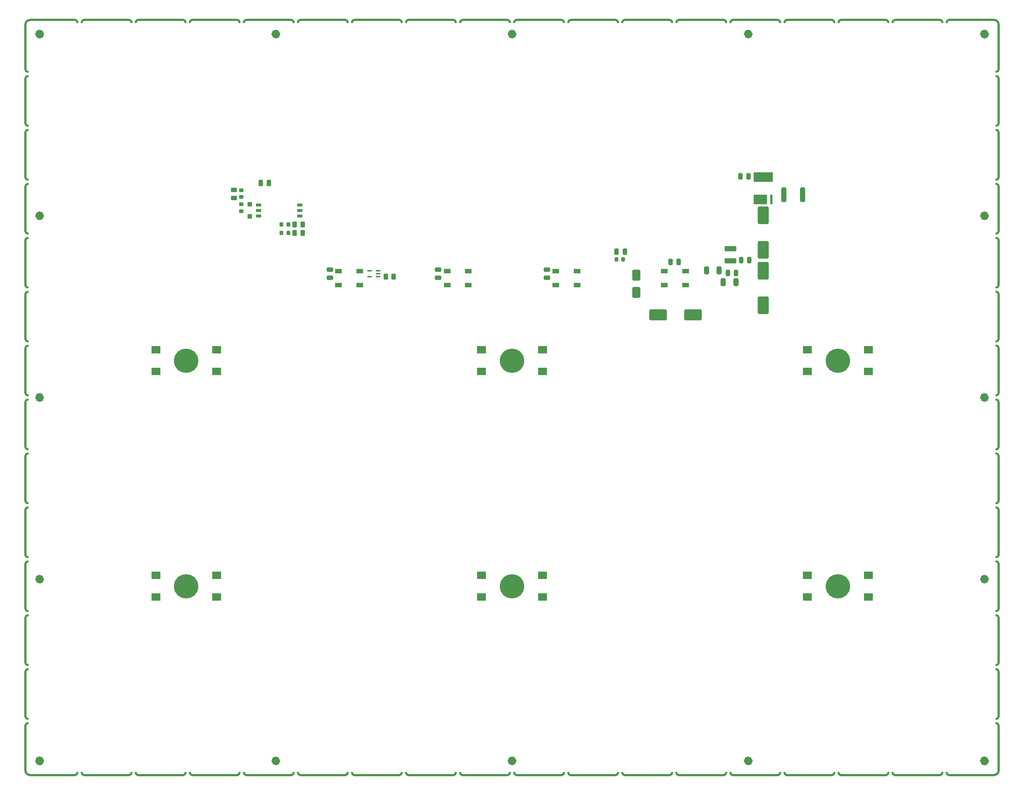
<source format=gtp>
G04 #@! TF.GenerationSoftware,KiCad,Pcbnew,7.0.7-7.0.7~ubuntu23.04.1*
G04 #@! TF.CreationDate,2023-10-14T08:16:11+00:00*
G04 #@! TF.ProjectId,stencil,7374656e-6369-46c2-9e6b-696361645f70,3.0.0-RC1*
G04 #@! TF.SameCoordinates,Original*
G04 #@! TF.FileFunction,Paste,Top*
G04 #@! TF.FilePolarity,Positive*
%FSLAX46Y46*%
G04 Gerber Fmt 4.6, Leading zero omitted, Abs format (unit mm)*
G04 Created by KiCad (PCBNEW 7.0.7-7.0.7~ubuntu23.04.1) date 2023-10-14 08:16:11*
%MOMM*%
%LPD*%
G01*
G04 APERTURE LIST*
G04 Aperture macros list*
%AMRoundRect*
0 Rectangle with rounded corners*
0 $1 Rounding radius*
0 $2 $3 $4 $5 $6 $7 $8 $9 X,Y pos of 4 corners*
0 Add a 4 corners polygon primitive as box body*
4,1,4,$2,$3,$4,$5,$6,$7,$8,$9,$2,$3,0*
0 Add four circle primitives for the rounded corners*
1,1,$1+$1,$2,$3*
1,1,$1+$1,$4,$5*
1,1,$1+$1,$6,$7*
1,1,$1+$1,$8,$9*
0 Add four rect primitives between the rounded corners*
20,1,$1+$1,$2,$3,$4,$5,0*
20,1,$1+$1,$4,$5,$6,$7,0*
20,1,$1+$1,$6,$7,$8,$9,0*
20,1,$1+$1,$8,$9,$2,$3,0*%
G04 Aperture macros list end*
%ADD10C,1.000000*%
%ADD11C,0.500000*%
%ADD12C,1.050000*%
%ADD13RoundRect,0.250000X-0.250000X-0.475000X0.250000X-0.475000X0.250000X0.475000X-0.250000X0.475000X0*%
%ADD14C,5.600000*%
%ADD15RoundRect,0.218750X-0.218750X-0.256250X0.218750X-0.256250X0.218750X0.256250X-0.218750X0.256250X0*%
%ADD16RoundRect,0.250000X0.250000X0.475000X-0.250000X0.475000X-0.250000X-0.475000X0.250000X-0.475000X0*%
%ADD17R,1.500000X1.000000*%
%ADD18R,2.000000X1.800000*%
%ADD19RoundRect,0.250000X0.262500X0.450000X-0.262500X0.450000X-0.262500X-0.450000X0.262500X-0.450000X0*%
%ADD20RoundRect,0.250000X-1.075000X0.375000X-1.075000X-0.375000X1.075000X-0.375000X1.075000X0.375000X0*%
%ADD21RoundRect,0.250000X-0.475000X0.250000X-0.475000X-0.250000X0.475000X-0.250000X0.475000X0.250000X0*%
%ADD22RoundRect,0.250000X-1.000000X1.750000X-1.000000X-1.750000X1.000000X-1.750000X1.000000X1.750000X0*%
%ADD23RoundRect,0.250000X-0.450000X0.262500X-0.450000X-0.262500X0.450000X-0.262500X0.450000X0.262500X0*%
%ADD24RoundRect,0.250000X-1.750000X-1.000000X1.750000X-1.000000X1.750000X1.000000X-1.750000X1.000000X0*%
%ADD25R,3.150000X2.200000*%
%ADD26R,0.600000X2.200000*%
%ADD27R,4.400000X2.200000*%
%ADD28R,1.300000X0.800000*%
%ADD29RoundRect,0.250000X-0.262500X-0.450000X0.262500X-0.450000X0.262500X0.450000X-0.262500X0.450000X0*%
%ADD30RoundRect,0.218750X0.256250X-0.218750X0.256250X0.218750X-0.256250X0.218750X-0.256250X-0.218750X0*%
%ADD31RoundRect,0.250000X0.325000X0.650000X-0.325000X0.650000X-0.325000X-0.650000X0.325000X-0.650000X0*%
%ADD32RoundRect,0.250000X-0.300000X0.300000X-0.300000X-0.300000X0.300000X-0.300000X0.300000X0.300000X0*%
%ADD33RoundRect,0.218750X-0.256250X0.218750X-0.256250X-0.218750X0.256250X-0.218750X0.256250X0.218750X0*%
%ADD34RoundRect,0.250000X0.312500X1.450000X-0.312500X1.450000X-0.312500X-1.450000X0.312500X-1.450000X0*%
%ADD35R,1.117600X0.355600*%
%ADD36RoundRect,0.250000X-0.325000X-0.650000X0.325000X-0.650000X0.325000X0.650000X-0.325000X0.650000X0*%
%ADD37RoundRect,0.250000X-0.650000X1.000000X-0.650000X-1.000000X0.650000X-1.000000X0.650000X1.000000X0*%
G04 APERTURE END LIST*
D10*
X141869385Y-28255615D02*
G75*
G03*
X141869385Y-28255615I-500000J0D01*
G01*
D11*
X98938785Y141994385D02*
G75*
G03*
X98438825Y142494385I-500000J0D01*
G01*
X-24005615Y142494385D02*
G75*
G03*
X-25005615Y141494385I-1J-999999D01*
G01*
X75049985Y-31005615D02*
G75*
G03*
X75549937Y-31505615I500000J0D01*
G01*
X198994372Y104208672D02*
G75*
G03*
X198494385Y104708672I-499987J13D01*
G01*
X198994385Y4780104D02*
X198994385Y-5648467D01*
X198994385Y17208675D02*
X198994385Y6780104D01*
X198494385Y68422985D02*
G75*
G03*
X198994385Y68922959I0J500000D01*
G01*
X173605485Y141994385D02*
G75*
G03*
X173105489Y142494385I-500000J0D01*
G01*
X87994381Y-31505615D02*
X98438825Y-31505615D01*
X198494385Y43565785D02*
G75*
G03*
X198994385Y44065817I0J500000D01*
G01*
X137272185Y-31005615D02*
G75*
G03*
X137772157Y-31505615I500000J0D01*
G01*
X198994385Y91780101D02*
X198994385Y81351530D01*
X-25005615Y91780101D02*
X-25005615Y81351530D01*
D12*
X196269385Y-28255615D02*
G75*
G03*
X196269385Y-28255615I-525000J0D01*
G01*
D11*
X-24505615Y30137246D02*
G75*
G03*
X-25005615Y29637246I1J-500001D01*
G01*
X50661049Y-31505615D02*
X61105493Y-31505615D01*
X-25005615Y42065817D02*
X-25005615Y31637246D01*
X125327713Y142494385D02*
X135772157Y142494385D01*
X187549933Y142494337D02*
G75*
G03*
X187049933Y141994385I-48J-499952D01*
G01*
X85994381Y-31505611D02*
G75*
G03*
X86494381Y-31005615I4J499996D01*
G01*
X-11561171Y142494391D02*
G75*
G03*
X-12061171Y141994385I6J-500006D01*
G01*
X198494385Y31137285D02*
G75*
G03*
X198994385Y31637246I0J500000D01*
G01*
X123327713Y-31505643D02*
G75*
G03*
X123827713Y-31005615I-28J500028D01*
G01*
D10*
X87494385Y-28255615D02*
G75*
G03*
X87494385Y-28255615I-500000J0D01*
G01*
D11*
X62605485Y-31005615D02*
G75*
G03*
X63105493Y-31505615I500000J0D01*
G01*
X150216601Y-31505615D02*
X160661045Y-31505615D01*
X74049985Y141994385D02*
G75*
G03*
X73549937Y142494385I-500000J0D01*
G01*
X48661049Y-31505579D02*
G75*
G03*
X49161049Y-31005615I36J499964D01*
G01*
X-25005615Y106208672D02*
G75*
G03*
X-24505615Y105708672I500001J1D01*
G01*
X-25005615Y131065814D02*
G75*
G03*
X-24505615Y130565814I500001J1D01*
G01*
D10*
X141869385Y139244385D02*
G75*
G03*
X141869385Y139244385I-500000J0D01*
G01*
D11*
X87994381Y142494389D02*
G75*
G03*
X87494381Y141994385I4J-500004D01*
G01*
X186049885Y141994385D02*
G75*
G03*
X185549933Y142494385I-500000J0D01*
G01*
X198994343Y116637243D02*
G75*
G03*
X198494385Y117137243I-499958J42D01*
G01*
D10*
X196244385Y97369385D02*
G75*
G03*
X196244385Y97369385I-500000J0D01*
G01*
D11*
X198994385Y141494385D02*
G75*
G03*
X197994385Y142494385I-1000000J0D01*
G01*
X198494385Y55994385D02*
G75*
G03*
X198994385Y56494388I0J500000D01*
G01*
X-13061175Y141994385D02*
G75*
G03*
X-13561171Y142494385I-500000J0D01*
G01*
X-25005615Y19208675D02*
G75*
G03*
X-24505615Y18708675I500001J1D01*
G01*
X-25005615Y17208675D02*
X-25005615Y6780104D01*
X-25005615Y-30505615D02*
G75*
G03*
X-24005615Y-31505615I999999J-1D01*
G01*
X162661045Y142494385D02*
X173105489Y142494385D01*
X50661049Y142494421D02*
G75*
G03*
X50161049Y141994385I36J-500036D01*
G01*
X173105489Y-31505619D02*
G75*
G03*
X173605489Y-31005615I-4J500004D01*
G01*
D10*
X33119385Y-28255615D02*
G75*
G03*
X33119385Y-28255615I-500000J0D01*
G01*
D11*
X198994385Y104208672D02*
X198994385Y93780101D01*
X25772161Y-31505615D02*
X36216605Y-31505615D01*
D10*
X33119385Y139244385D02*
G75*
G03*
X33119385Y139244385I-500000J0D01*
G01*
D11*
X137772157Y142494413D02*
G75*
G03*
X137272157Y141994385I28J-500028D01*
G01*
X-24505615Y67422959D02*
G75*
G03*
X-25005615Y66922959I1J-500001D01*
G01*
X99938785Y-31005615D02*
G75*
G03*
X100438825Y-31505615I500000J0D01*
G01*
X100438825Y142494385D02*
X110883269Y142494385D01*
X-24505615Y129565814D02*
G75*
G03*
X-25005615Y129065814I1J-500001D01*
G01*
X198994385Y141494385D02*
X198994385Y131065814D01*
X-25005615Y-7648467D02*
X-25005615Y-18077038D01*
X198994404Y4780104D02*
G75*
G03*
X198494385Y5280104I-500019J-19D01*
G01*
X198994385Y116637243D02*
X198994385Y106208672D01*
X175105489Y-31505615D02*
X185549933Y-31505615D01*
X-25005615Y31637246D02*
G75*
G03*
X-24505615Y31137246I500001J1D01*
G01*
X175105489Y142494385D02*
X185549933Y142494385D01*
X-24505615Y54994388D02*
G75*
G03*
X-25005615Y54494388I1J-500001D01*
G01*
X162661045Y-31505615D02*
X173105489Y-31505615D01*
X883273Y142494397D02*
G75*
G03*
X383273Y141994385I12J-500012D01*
G01*
X198494385Y18708685D02*
G75*
G03*
X198994385Y19208675I0J500000D01*
G01*
X12827685Y-31005615D02*
G75*
G03*
X13327717Y-31505615I500000J0D01*
G01*
X-25005615Y6780104D02*
G75*
G03*
X-24505615Y6280104I500001J1D01*
G01*
X161161085Y141994385D02*
G75*
G03*
X160661045Y142494385I-500000J0D01*
G01*
X-24505615Y104708672D02*
G75*
G03*
X-25005615Y104208672I1J-500001D01*
G01*
X-24505615Y-7148467D02*
G75*
G03*
X-25005615Y-7648467I1J-500001D01*
G01*
X100438825Y142494345D02*
G75*
G03*
X99938825Y141994385I-40J-499960D01*
G01*
X198994346Y29637246D02*
G75*
G03*
X198494385Y30137246I-499961J39D01*
G01*
D10*
X-21255615Y13619385D02*
G75*
G03*
X-21255615Y13619385I-500000J0D01*
G01*
D11*
X-13561171Y-31505619D02*
G75*
G03*
X-13061171Y-31005615I-4J500004D01*
G01*
D12*
X196269385Y139244385D02*
G75*
G03*
X196269385Y139244385I-525000J0D01*
G01*
D11*
X75549937Y142494433D02*
G75*
G03*
X75049937Y141994385I48J-500048D01*
G01*
X187549933Y142494385D02*
X197994377Y142494385D01*
X-24005615Y142494385D02*
X-13561171Y142494385D01*
X160661045Y-31505575D02*
G75*
G03*
X161161045Y-31005615I40J499960D01*
G01*
X112883269Y-31505615D02*
X123327713Y-31505615D01*
X198994430Y79351530D02*
G75*
G03*
X198494385Y79851530I-500045J-45D01*
G01*
X198494385Y93280085D02*
G75*
G03*
X198994385Y93780101I0J500000D01*
G01*
X-24505615Y79851530D02*
G75*
G03*
X-25005615Y79351530I1J-500001D01*
G01*
X198994385Y-20077038D02*
X198994385Y-30505609D01*
X198994414Y129065814D02*
G75*
G03*
X198494385Y129565814I-500029J-29D01*
G01*
X197994385Y-31505615D02*
G75*
G03*
X198994385Y-30505615I0J1000000D01*
G01*
X125327713Y-31505615D02*
X135772157Y-31505615D01*
X-24505615Y42565817D02*
G75*
G03*
X-25005615Y42065817I1J-500001D01*
G01*
X198994385Y129065814D02*
X198994385Y118637243D01*
X883273Y-31505615D02*
X11327717Y-31505615D01*
X123827685Y141994385D02*
G75*
G03*
X123327713Y142494385I-500000J0D01*
G01*
D12*
X-21230615Y139244385D02*
G75*
G03*
X-21230615Y139244385I-525000J0D01*
G01*
D11*
X137772157Y-31505615D02*
X148216601Y-31505615D01*
X198994433Y-7648467D02*
G75*
G03*
X198494385Y-7148467I-500048J-48D01*
G01*
X198994385Y66922959D02*
X198994385Y56494388D01*
X198994385Y79351530D02*
X198994385Y68922959D01*
X36216605Y-31505635D02*
G75*
G03*
X36716605Y-31005615I-20J500020D01*
G01*
X-25005615Y104208672D02*
X-25005615Y93780101D01*
X13327717Y142494385D02*
X23772161Y142494385D01*
X198494385Y-18577015D02*
G75*
G03*
X198994385Y-18077038I0J500000D01*
G01*
X198994359Y66922959D02*
G75*
G03*
X198494385Y67422959I-499974J26D01*
G01*
X-1116727Y-31505603D02*
G75*
G03*
X-616727Y-31005615I12J499988D01*
G01*
X136272185Y141994385D02*
G75*
G03*
X135772157Y142494385I-500000J0D01*
G01*
X148716585Y141994385D02*
G75*
G03*
X148216601Y142494385I-500000J0D01*
G01*
X-25005615Y116637243D02*
X-25005615Y106208672D01*
X75549937Y142494385D02*
X85994381Y142494385D01*
X198494385Y6280085D02*
G75*
G03*
X198994385Y6780104I0J500000D01*
G01*
X-25005615Y141494385D02*
X-25005615Y131065814D01*
X150216601Y142494385D02*
X160661045Y142494385D01*
X86494385Y141994385D02*
G75*
G03*
X85994381Y142494385I-500000J0D01*
G01*
X198494385Y130565785D02*
G75*
G03*
X198994385Y131065814I0J500000D01*
G01*
X100438825Y-31505615D02*
X110883269Y-31505615D01*
X37716585Y-31005615D02*
G75*
G03*
X38216605Y-31505615I500000J0D01*
G01*
X23772161Y-31505591D02*
G75*
G03*
X24272161Y-31005615I24J499976D01*
G01*
X98438825Y-31505655D02*
G75*
G03*
X98938825Y-31005615I-40J500040D01*
G01*
X124827685Y-31005615D02*
G75*
G03*
X125327713Y-31505615I500000J0D01*
G01*
X162661045Y142494425D02*
G75*
G03*
X162161045Y141994385I40J-500040D01*
G01*
X13327717Y-31505615D02*
X23772161Y-31505615D01*
X38216605Y142494385D02*
X48661049Y142494385D01*
D10*
X-21255615Y97369385D02*
G75*
G03*
X-21255615Y97369385I-500000J0D01*
G01*
D11*
X198994375Y17208675D02*
G75*
G03*
X198494385Y17708675I-499990J10D01*
G01*
X198494385Y-6148515D02*
G75*
G03*
X198994385Y-5648467I0J500000D01*
G01*
X125327713Y142494357D02*
G75*
G03*
X124827713Y141994385I-28J-499972D01*
G01*
X-25005615Y4780104D02*
X-25005615Y-5648467D01*
X198994385Y54494388D02*
X198994385Y44065817D01*
X-616715Y141994385D02*
G75*
G03*
X-1116727Y142494385I-500000J0D01*
G01*
D12*
X-21230615Y-28255615D02*
G75*
G03*
X-21230615Y-28255615I-525000J0D01*
G01*
D11*
X112383285Y-31005615D02*
G75*
G03*
X112883269Y-31505615I500000J0D01*
G01*
X61605485Y141994385D02*
G75*
G03*
X61105493Y142494385I-500000J0D01*
G01*
X112883269Y142494401D02*
G75*
G03*
X112383269Y141994385I16J-500016D01*
G01*
D10*
X196244385Y13619385D02*
G75*
G03*
X196244385Y13619385I-500000J0D01*
G01*
D11*
X13327717Y142494353D02*
G75*
G03*
X12827717Y141994385I-32J-499968D01*
G01*
X135772157Y-31505587D02*
G75*
G03*
X136272157Y-31005615I28J499972D01*
G01*
X25772161Y142494385D02*
X36216605Y142494385D01*
X-25005615Y118637243D02*
G75*
G03*
X-24505615Y118137243I500001J1D01*
G01*
X36716585Y141994385D02*
G75*
G03*
X36216605Y142494385I-500000J0D01*
G01*
X175105489Y142494381D02*
G75*
G03*
X174605489Y141994385I-4J-499996D01*
G01*
X87494385Y-31005615D02*
G75*
G03*
X87994381Y-31505615I500000J0D01*
G01*
D10*
X87494385Y139244385D02*
G75*
G03*
X87494385Y139244385I-500000J0D01*
G01*
D11*
X198994401Y91780101D02*
G75*
G03*
X198494385Y92280101I-500016J-16D01*
G01*
X137772157Y142494385D02*
X148216601Y142494385D01*
X198994385Y-7648467D02*
X198994385Y-18077038D01*
X63105493Y142494385D02*
X73549937Y142494385D01*
X38216605Y-31505615D02*
X48661049Y-31505615D01*
X-25005615Y129065814D02*
X-25005615Y118637243D01*
X-24005615Y-31505615D02*
X-13561171Y-31505615D01*
X-12061165Y-31005615D02*
G75*
G03*
X-11561171Y-31505615I500000J0D01*
G01*
X383285Y-31005615D02*
G75*
G03*
X883273Y-31505615I500000J0D01*
G01*
X75549937Y-31505615D02*
X85994381Y-31505615D01*
X198994362Y-20077038D02*
G75*
G03*
X198494385Y-19577038I-499977J23D01*
G01*
X-24505615Y17708675D02*
G75*
G03*
X-25005615Y17208675I1J-500001D01*
G01*
X-25005615Y-5648467D02*
G75*
G03*
X-24505615Y-6148467I500001J1D01*
G01*
X-25005615Y-18077038D02*
G75*
G03*
X-24505615Y-18577038I500001J1D01*
G01*
X198494385Y118137285D02*
G75*
G03*
X198994385Y118637243I0J500000D01*
G01*
X185549933Y-31505663D02*
G75*
G03*
X186049933Y-31005615I-48J500048D01*
G01*
X50161085Y-31005615D02*
G75*
G03*
X50661049Y-31505615I500000J0D01*
G01*
X50661049Y142494385D02*
X61105493Y142494385D01*
X11327717Y-31505647D02*
G75*
G03*
X11827717Y-31005615I-32J500032D01*
G01*
X-11561171Y-31505615D02*
X-1116727Y-31505615D01*
X11827685Y141994385D02*
G75*
G03*
X11327717Y142494385I-500000J0D01*
G01*
X-25005615Y66922959D02*
X-25005615Y56494388D01*
X110883269Y-31505599D02*
G75*
G03*
X111383269Y-31005615I16J499984D01*
G01*
X-25005615Y54494388D02*
X-25005615Y44065817D01*
X-24505615Y92280101D02*
G75*
G03*
X-25005615Y91780101I1J-500001D01*
G01*
X-11561171Y142494385D02*
X-1116727Y142494385D01*
X73549937Y-31505567D02*
G75*
G03*
X74049937Y-31005615I48J499952D01*
G01*
X63105493Y142494377D02*
G75*
G03*
X62605493Y141994385I-8J-499992D01*
G01*
X187049885Y-31005615D02*
G75*
G03*
X187549933Y-31505615I500000J0D01*
G01*
X-24505615Y-19577038D02*
G75*
G03*
X-25005615Y-20077038I1J-500001D01*
G01*
X87994381Y142494385D02*
X98438825Y142494385D01*
X24272185Y141994385D02*
G75*
G03*
X23772161Y142494385I-500000J0D01*
G01*
X198994385Y29637246D02*
X198994385Y19208675D01*
X25272185Y-31005615D02*
G75*
G03*
X25772161Y-31505615I500000J0D01*
G01*
X111383285Y141994385D02*
G75*
G03*
X110883269Y142494385I-500000J0D01*
G01*
X148216601Y-31505631D02*
G75*
G03*
X148716601Y-31005615I-16J500016D01*
G01*
X198994417Y42065817D02*
G75*
G03*
X198494385Y42565817I-500032J-32D01*
G01*
X49161085Y141994385D02*
G75*
G03*
X48661049Y142494385I-500000J0D01*
G01*
X-25005615Y79351530D02*
X-25005615Y68922959D01*
X187549933Y-31505615D02*
X197994377Y-31505615D01*
X198994385Y42065817D02*
X198994385Y31637246D01*
X38216605Y142494365D02*
G75*
G03*
X37716605Y141994385I-20J-499980D01*
G01*
X-25005615Y-20077038D02*
X-25005615Y-30505609D01*
X198494385Y105708685D02*
G75*
G03*
X198994385Y106208672I0J500000D01*
G01*
X149716585Y-31005615D02*
G75*
G03*
X150216601Y-31505615I500000J0D01*
G01*
X-25005615Y44065817D02*
G75*
G03*
X-24505615Y43565817I500001J1D01*
G01*
X162161085Y-31005615D02*
G75*
G03*
X162661045Y-31505615I500000J0D01*
G01*
X-24505615Y5280104D02*
G75*
G03*
X-25005615Y4780104I1J-500001D01*
G01*
X198494385Y80851485D02*
G75*
G03*
X198994385Y81351530I0J500000D01*
G01*
X-24505615Y117137243D02*
G75*
G03*
X-25005615Y116637243I1J-500001D01*
G01*
X174605485Y-31005615D02*
G75*
G03*
X175105489Y-31505615I500000J0D01*
G01*
X-25005615Y29637246D02*
X-25005615Y19208675D01*
X198994388Y54494388D02*
G75*
G03*
X198494385Y54994388I-500003J-3D01*
G01*
X150216601Y142494369D02*
G75*
G03*
X149716601Y141994385I-16J-499984D01*
G01*
X-25005615Y68922959D02*
G75*
G03*
X-24505615Y68422959I500001J1D01*
G01*
D10*
X196244385Y55494385D02*
G75*
G03*
X196244385Y55494385I-500000J0D01*
G01*
D11*
X61105493Y-31505623D02*
G75*
G03*
X61605493Y-31005615I-8J500008D01*
G01*
X63105493Y-31505615D02*
X73549937Y-31505615D01*
X-25005615Y93780101D02*
G75*
G03*
X-24505615Y93280101I500001J1D01*
G01*
X-25005615Y81351530D02*
G75*
G03*
X-24505615Y80851530I500001J1D01*
G01*
X-25005615Y56494388D02*
G75*
G03*
X-24505615Y55994388I500001J1D01*
G01*
D10*
X-21255615Y55494385D02*
G75*
G03*
X-21255615Y55494385I-500000J0D01*
G01*
D11*
X112883269Y142494385D02*
X123327713Y142494385D01*
X25772161Y142494409D02*
G75*
G03*
X25272161Y141994385I24J-500024D01*
G01*
X883273Y142494385D02*
X11327717Y142494385D01*
D13*
G04 #@! TO.C,C5*
X123444385Y86744385D03*
X125344385Y86744385D03*
G04 #@! TD*
G04 #@! TO.C,C16*
X139694385Y87144385D03*
X141594385Y87144385D03*
G04 #@! TD*
D14*
G04 #@! TO.C,H4*
X11994385Y11994385D03*
G04 #@! TD*
D15*
G04 #@! TO.C,L5*
X111006885Y87344385D03*
X112581885Y87344385D03*
G04 #@! TD*
D16*
G04 #@! TO.C,C20*
X141444385Y106494385D03*
X139544385Y106494385D03*
G04 #@! TD*
D17*
G04 #@! TO.C,D3*
X101944385Y81394385D03*
X101944385Y84594385D03*
X97044385Y84594385D03*
X97044385Y81394385D03*
G04 #@! TD*
D14*
G04 #@! TO.C,H2*
X86994385Y63994385D03*
G04 #@! TD*
G04 #@! TO.C,H1*
X11994385Y63994385D03*
G04 #@! TD*
D17*
G04 #@! TO.C,D4*
X126944385Y81394385D03*
X126944385Y84594385D03*
X122044385Y84594385D03*
X122044385Y81394385D03*
G04 #@! TD*
D18*
G04 #@! TO.C,SW2*
X79994385Y66494385D03*
X93994385Y66494385D03*
X79994385Y61494385D03*
X93994385Y61494385D03*
G04 #@! TD*
D19*
G04 #@! TO.C,R5*
X59731885Y83344385D03*
X57906885Y83344385D03*
G04 #@! TD*
D20*
G04 #@! TO.C,L6*
X137294385Y89794385D03*
X137294385Y86994385D03*
G04 #@! TD*
D16*
G04 #@! TO.C,C1*
X31044385Y104894385D03*
X29144385Y104894385D03*
G04 #@! TD*
D17*
G04 #@! TO.C,D2*
X76944385Y81394385D03*
X76944385Y84594385D03*
X72044385Y84594385D03*
X72044385Y81394385D03*
G04 #@! TD*
D21*
G04 #@! TO.C,C2*
X45044385Y84994385D03*
X45044385Y83094385D03*
G04 #@! TD*
D22*
G04 #@! TO.C,C14*
X144794385Y84726885D03*
X144794385Y76726885D03*
G04 #@! TD*
D14*
G04 #@! TO.C,H3*
X161994385Y63994385D03*
G04 #@! TD*
D23*
G04 #@! TO.C,R1*
X22994385Y103306885D03*
X22994385Y101481885D03*
G04 #@! TD*
D24*
G04 #@! TO.C,C15*
X120619385Y74519385D03*
X128619385Y74519385D03*
G04 #@! TD*
D17*
G04 #@! TO.C,D1*
X51944385Y81394385D03*
X51944385Y84594385D03*
X47044385Y84594385D03*
X47044385Y81394385D03*
G04 #@! TD*
D21*
G04 #@! TO.C,C3*
X69994385Y84994385D03*
X69994385Y83094385D03*
G04 #@! TD*
D25*
G04 #@! TO.C,Q1*
X144159385Y101094385D03*
D26*
X146699385Y101094385D03*
D27*
X144794385Y106294385D03*
G04 #@! TD*
D14*
G04 #@! TO.C,H5*
X86994385Y11994385D03*
G04 #@! TD*
D18*
G04 #@! TO.C,SW1*
X4994385Y66494385D03*
X18994385Y66494385D03*
X4994385Y61494385D03*
X18994385Y61494385D03*
G04 #@! TD*
D13*
G04 #@! TO.C,C12*
X111044385Y89094385D03*
X112944385Y89094385D03*
G04 #@! TD*
D28*
G04 #@! TO.C,U2*
X28644385Y99864385D03*
X28644385Y98594385D03*
X28644385Y97324385D03*
X38144385Y97324385D03*
X38144385Y98594385D03*
X38144385Y99864385D03*
G04 #@! TD*
D19*
G04 #@! TO.C,R3*
X38806885Y95381885D03*
X36981885Y95381885D03*
G04 #@! TD*
D22*
G04 #@! TO.C,C13*
X144794385Y97526885D03*
X144794385Y89526885D03*
G04 #@! TD*
D29*
G04 #@! TO.C,R4*
X36981885Y93444385D03*
X38806885Y93444385D03*
G04 #@! TD*
D30*
G04 #@! TO.C,L1*
X24694385Y101706885D03*
X24694385Y103281885D03*
G04 #@! TD*
D31*
G04 #@! TO.C,C18*
X138569385Y82044385D03*
X135619385Y82044385D03*
G04 #@! TD*
D32*
G04 #@! TO.C,D11*
X26594385Y99994385D03*
X26594385Y97194385D03*
G04 #@! TD*
D21*
G04 #@! TO.C,C4*
X95044385Y84994385D03*
X95044385Y83094385D03*
G04 #@! TD*
D33*
G04 #@! TO.C,L2*
X24694385Y100031885D03*
X24694385Y98456885D03*
G04 #@! TD*
D34*
G04 #@! TO.C,F1*
X153831885Y102244385D03*
X149556885Y102244385D03*
G04 #@! TD*
D16*
G04 #@! TO.C,C17*
X138544385Y84194385D03*
X136644385Y84194385D03*
G04 #@! TD*
D18*
G04 #@! TO.C,SW6*
X154994385Y14494385D03*
X168994385Y14494385D03*
X154994385Y9494385D03*
X168994385Y9494385D03*
G04 #@! TD*
D14*
G04 #@! TO.C,H6*
X161994385Y11994385D03*
G04 #@! TD*
D18*
G04 #@! TO.C,SW3*
X154994385Y66494385D03*
X168994385Y66494385D03*
X154994385Y61494385D03*
X168994385Y61494385D03*
G04 #@! TD*
G04 #@! TO.C,SW4*
X4994385Y14494385D03*
X18994385Y14494385D03*
X4994385Y9494385D03*
X18994385Y9494385D03*
G04 #@! TD*
D15*
G04 #@! TO.C,L4*
X33906885Y93444385D03*
X35481885Y93444385D03*
G04 #@! TD*
D35*
G04 #@! TO.C,U3*
X56159585Y83383985D03*
X56159585Y84044385D03*
X56159585Y84704785D03*
X54229185Y84704785D03*
X54229185Y83383985D03*
G04 #@! TD*
D18*
G04 #@! TO.C,SW5*
X79994385Y14494385D03*
X93994385Y14494385D03*
X79994385Y9494385D03*
X93994385Y9494385D03*
G04 #@! TD*
D36*
G04 #@! TO.C,C19*
X131744385Y84769385D03*
X134694385Y84769385D03*
G04 #@! TD*
D37*
G04 #@! TO.C,D13*
X115644385Y83694385D03*
X115644385Y79694385D03*
G04 #@! TD*
D15*
G04 #@! TO.C,L3*
X33906885Y95331885D03*
X35481885Y95331885D03*
G04 #@! TD*
M02*

</source>
